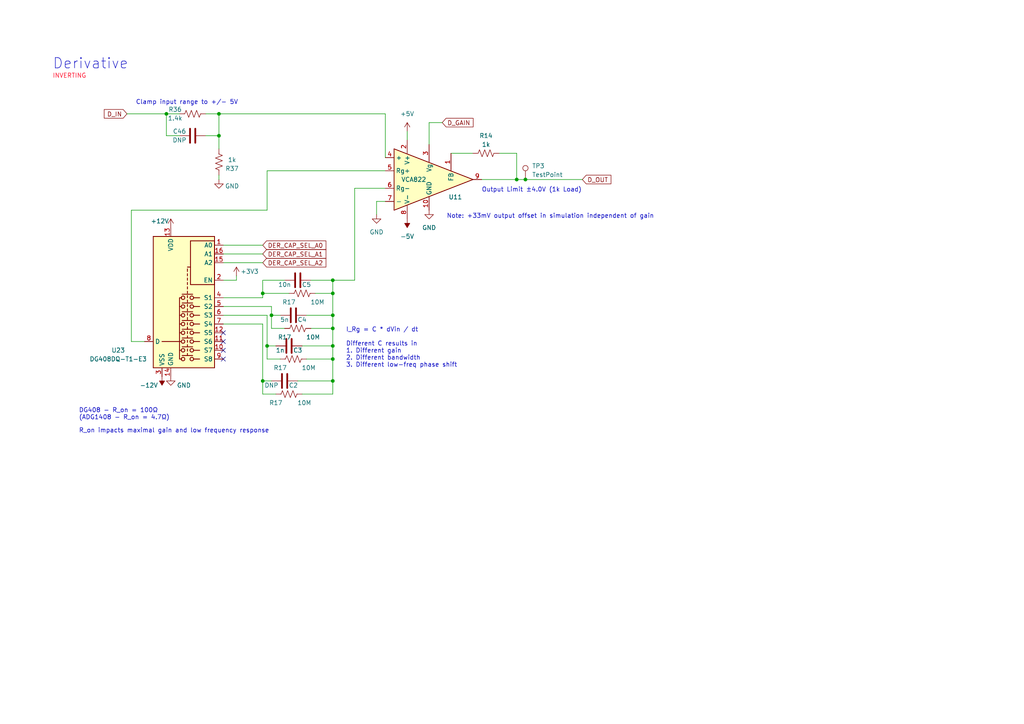
<source format=kicad_sch>
(kicad_sch (version 20230121) (generator eeschema)

  (uuid a8258e19-a848-4bd1-94a6-2be4f449a4a0)

  (paper "A4")

  (lib_symbols
    (symbol "Analog_Switch:ADG1408YRUZ" (in_bom yes) (on_board yes)
      (property "Reference" "U" (at -7.62 23.495 0)
        (effects (font (size 1.27 1.27)) (justify left))
      )
      (property "Value" "ADG1408YRUZ" (at -7.62 21.59 0)
        (effects (font (size 1.27 1.27)) (justify left))
      )
      (property "Footprint" "Package_SO:TSSOP-16_4.4x5mm_P0.65mm" (at -19.05 -24.13 0)
        (effects (font (size 1.27 1.27)) (justify left) hide)
      )
      (property "Datasheet" "https://www.analog.com/media/en/technical-documentation/data-sheets/ADG1408_1409.pdf" (at 0.254 0 0)
        (effects (font (size 1.27 1.27)) hide)
      )
      (property "ki_keywords" "analog switch  multiplexer SP8T" (at 0 0 0)
        (effects (font (size 1.27 1.27)) hide)
      )
      (property "ki_description" "8-channel iCMOS analog multiplexer, 4.7 Ohm Ron, 60 MHz, TSSOP-16" (at 0 0 0)
        (effects (font (size 1.27 1.27)) hide)
      )
      (property "ki_fp_filters" "TSSOP*4.4x5mm*P0.65mm*" (at 0 0 0)
        (effects (font (size 1.27 1.27)) hide)
      )
      (symbol "ADG1408YRUZ_0_0"
        (pin power_in line (at 5.08 -20.32 90) (length 2.54)
          (name "GND" (effects (font (size 1.27 1.27))))
          (number "14" (effects (font (size 1.27 1.27))))
        )
      )
      (symbol "ADG1408YRUZ_0_1"
        (rectangle (start -7.62 6.35) (end -0.635 19.05)
          (stroke (width 0.254) (type default))
          (fill (type none))
        )
        (rectangle (start -7.62 20.32) (end 10.16 -17.78)
          (stroke (width 0.254) (type default))
          (fill (type background))
        )
        (circle (center -1.016 -15.24) (radius 0.508)
          (stroke (width 0.254) (type default))
          (fill (type none))
        )
        (circle (center -1.016 -12.7) (radius 0.508)
          (stroke (width 0.254) (type default))
          (fill (type none))
        )
        (circle (center -1.016 -10.16) (radius 0.508)
          (stroke (width 0.254) (type default))
          (fill (type none))
        )
        (circle (center -1.016 -7.62) (radius 0.508)
          (stroke (width 0.254) (type default))
          (fill (type none))
        )
        (circle (center -1.016 -5.08) (radius 0.508)
          (stroke (width 0.254) (type default))
          (fill (type none))
        )
        (circle (center -1.016 -2.54) (radius 0.508)
          (stroke (width 0.254) (type default))
          (fill (type none))
        )
        (circle (center -1.016 0) (radius 0.508)
          (stroke (width 0.254) (type default))
          (fill (type none))
        )
        (circle (center -1.016 2.54) (radius 0.508)
          (stroke (width 0.254) (type default))
          (fill (type none))
        )
        (polyline
          (pts
            (xy -1.524 -15.24)
            (xy -3.302 -15.24)
          )
          (stroke (width 0.254) (type default))
          (fill (type none))
        )
        (polyline
          (pts
            (xy -1.524 -12.7)
            (xy -3.302 -12.7)
          )
          (stroke (width 0.254) (type default))
          (fill (type none))
        )
        (polyline
          (pts
            (xy -1.524 -10.16)
            (xy -3.302 -10.16)
          )
          (stroke (width 0.254) (type default))
          (fill (type none))
        )
        (polyline
          (pts
            (xy -1.524 -7.62)
            (xy -3.302 -7.62)
          )
          (stroke (width 0.254) (type default))
          (fill (type none))
        )
        (polyline
          (pts
            (xy -1.524 -5.08)
            (xy -3.302 -5.08)
          )
          (stroke (width 0.254) (type default))
          (fill (type none))
        )
        (polyline
          (pts
            (xy -1.524 -2.54)
            (xy -3.302 -2.54)
          )
          (stroke (width 0.254) (type default))
          (fill (type none))
        )
        (polyline
          (pts
            (xy -1.524 0)
            (xy -3.302 0)
          )
          (stroke (width 0.254) (type default))
          (fill (type none))
        )
        (polyline
          (pts
            (xy -1.524 2.54)
            (xy -3.302 2.54)
          )
          (stroke (width 0.254) (type default))
          (fill (type none))
        )
        (polyline
          (pts
            (xy -1.27 -14.224)
            (xy 1.778 -14.224)
          )
          (stroke (width 0.254) (type default))
          (fill (type none))
        )
        (polyline
          (pts
            (xy -1.27 -11.684)
            (xy 1.778 -11.684)
          )
          (stroke (width 0.254) (type default))
          (fill (type none))
        )
        (polyline
          (pts
            (xy -1.27 -9.144)
            (xy 1.778 -9.144)
          )
          (stroke (width 0.254) (type default))
          (fill (type none))
        )
        (polyline
          (pts
            (xy -1.27 -6.604)
            (xy 1.778 -6.604)
          )
          (stroke (width 0.254) (type default))
          (fill (type none))
        )
        (polyline
          (pts
            (xy -1.27 -4.064)
            (xy 1.778 -4.064)
          )
          (stroke (width 0.254) (type default))
          (fill (type none))
        )
        (polyline
          (pts
            (xy -1.27 -1.524)
            (xy 1.778 -1.524)
          )
          (stroke (width 0.254) (type default))
          (fill (type none))
        )
        (polyline
          (pts
            (xy -1.27 1.016)
            (xy 1.778 1.016)
          )
          (stroke (width 0.254) (type default))
          (fill (type none))
        )
        (polyline
          (pts
            (xy -1.27 3.556)
            (xy 1.778 3.556)
          )
          (stroke (width 0.254) (type default))
          (fill (type none))
        )
        (polyline
          (pts
            (xy -0.635 11.43)
            (xy 0 11.43)
          )
          (stroke (width 0.254) (type default))
          (fill (type none))
        )
        (polyline
          (pts
            (xy 0.254 -14.224)
            (xy 0.254 -13.589)
          )
          (stroke (width 0.254) (type default))
          (fill (type none))
        )
        (polyline
          (pts
            (xy 0.254 -12.954)
            (xy 0.254 -12.319)
          )
          (stroke (width 0.254) (type default))
          (fill (type none))
        )
        (polyline
          (pts
            (xy 0.254 -11.684)
            (xy 0.254 -11.049)
          )
          (stroke (width 0.254) (type default))
          (fill (type none))
        )
        (polyline
          (pts
            (xy 0.254 -10.414)
            (xy 0.254 -9.779)
          )
          (stroke (width 0.254) (type default))
          (fill (type none))
        )
        (polyline
          (pts
            (xy 0.254 -9.144)
            (xy 0.254 -8.509)
          )
          (stroke (width 0.254) (type default))
          (fill (type none))
        )
        (polyline
          (pts
            (xy 0.254 -7.874)
            (xy 0.254 -7.239)
          )
          (stroke (width 0.254) (type default))
          (fill (type none))
        )
        (polyline
          (pts
            (xy 0.254 -6.604)
            (xy 0.254 -5.969)
          )
          (stroke (width 0.254) (type default))
          (fill (type none))
        )
        (polyline
          (pts
            (xy 0.254 -6.604)
            (xy 0.254 -5.969)
          )
          (stroke (width 0.254) (type default))
          (fill (type none))
        )
        (polyline
          (pts
            (xy 0.254 -5.334)
            (xy 0.254 -4.699)
          )
          (stroke (width 0.254) (type default))
          (fill (type none))
        )
        (polyline
          (pts
            (xy 0.254 -3.81)
            (xy 0.254 -3.175)
          )
          (stroke (width 0.254) (type default))
          (fill (type none))
        )
        (polyline
          (pts
            (xy 0.254 -2.54)
            (xy 0.254 -1.905)
          )
          (stroke (width 0.254) (type default))
          (fill (type none))
        )
        (polyline
          (pts
            (xy 0.254 -1.27)
            (xy 0.254 -0.635)
          )
          (stroke (width 0.254) (type default))
          (fill (type none))
        )
        (polyline
          (pts
            (xy 0.254 0)
            (xy 0.254 0.635)
          )
          (stroke (width 0.254) (type default))
          (fill (type none))
        )
        (polyline
          (pts
            (xy 0.254 1.27)
            (xy 0.254 1.905)
          )
          (stroke (width 0.254) (type default))
          (fill (type none))
        )
        (polyline
          (pts
            (xy 0.254 2.54)
            (xy 0.254 3.175)
          )
          (stroke (width 0.254) (type default))
          (fill (type none))
        )
        (polyline
          (pts
            (xy 0.254 3.81)
            (xy 0.254 4.445)
          )
          (stroke (width 0.254) (type default))
          (fill (type none))
        )
        (polyline
          (pts
            (xy 0.254 5.08)
            (xy 0.254 5.715)
          )
          (stroke (width 0.254) (type default))
          (fill (type none))
        )
        (polyline
          (pts
            (xy 0.254 6.35)
            (xy 0.254 6.985)
          )
          (stroke (width 0.254) (type default))
          (fill (type none))
        )
        (polyline
          (pts
            (xy 0.254 7.62)
            (xy 0.254 8.255)
          )
          (stroke (width 0.254) (type default))
          (fill (type none))
        )
        (polyline
          (pts
            (xy 0.254 8.89)
            (xy 0.254 9.525)
          )
          (stroke (width 0.254) (type default))
          (fill (type none))
        )
        (polyline
          (pts
            (xy 0.254 10.16)
            (xy 0.254 10.922)
          )
          (stroke (width 0.254) (type default))
          (fill (type none))
        )
        (polyline
          (pts
            (xy 0.254 11.43)
            (xy 0 11.43)
          )
          (stroke (width 0.254) (type default))
          (fill (type none))
        )
        (polyline
          (pts
            (xy 2.032 -12.7)
            (xy 2.54 -12.7)
          )
          (stroke (width 0.254) (type default))
          (fill (type none))
        )
        (polyline
          (pts
            (xy 2.032 -10.16)
            (xy 2.54 -10.16)
          )
          (stroke (width 0.254) (type default))
          (fill (type none))
        )
        (polyline
          (pts
            (xy 2.032 -7.62)
            (xy 2.54 -7.62)
          )
          (stroke (width 0.254) (type default))
          (fill (type none))
        )
        (polyline
          (pts
            (xy 2.032 -5.08)
            (xy 2.54 -5.08)
          )
          (stroke (width 0.254) (type default))
          (fill (type none))
        )
        (polyline
          (pts
            (xy 2.032 -2.54)
            (xy 2.54 -2.54)
          )
          (stroke (width 0.254) (type default))
          (fill (type none))
        )
        (polyline
          (pts
            (xy 2.032 0)
            (xy 2.54 0)
          )
          (stroke (width 0.254) (type default))
          (fill (type none))
        )
        (polyline
          (pts
            (xy 2.54 -10.16)
            (xy 7.62 -10.16)
          )
          (stroke (width 0.254) (type default))
          (fill (type none))
        )
        (polyline
          (pts
            (xy 1.905 2.54)
            (xy 2.54 2.54)
            (xy 2.54 -15.24)
            (xy 1.905 -15.24)
          )
          (stroke (width 0.254) (type default))
          (fill (type none))
        )
        (circle (center 1.524 -15.24) (radius 0.508)
          (stroke (width 0.254) (type default))
          (fill (type none))
        )
        (circle (center 1.524 -12.7) (radius 0.508)
          (stroke (width 0.254) (type default))
          (fill (type none))
        )
        (circle (center 1.524 -10.16) (radius 0.508)
          (stroke (width 0.254) (type default))
          (fill (type none))
        )
        (circle (center 1.524 -7.62) (radius 0.508)
          (stroke (width 0.254) (type default))
          (fill (type none))
        )
        (circle (center 1.524 -5.08) (radius 0.508)
          (stroke (width 0.254) (type default))
          (fill (type none))
        )
        (circle (center 1.524 -2.54) (radius 0.508)
          (stroke (width 0.254) (type default))
          (fill (type none))
        )
        (circle (center 1.524 0) (radius 0.508)
          (stroke (width 0.254) (type default))
          (fill (type none))
        )
        (circle (center 1.524 2.54) (radius 0.508)
          (stroke (width 0.254) (type default))
          (fill (type none))
        )
      )
      (symbol "ADG1408YRUZ_1_1"
        (pin input line (at -10.16 17.78 0) (length 2.54)
          (name "A0" (effects (font (size 1.27 1.27))))
          (number "1" (effects (font (size 1.27 1.27))))
        )
        (pin bidirectional line (at -10.16 -12.7 0) (length 2.54)
          (name "S7" (effects (font (size 1.27 1.27))))
          (number "10" (effects (font (size 1.27 1.27))))
        )
        (pin bidirectional line (at -10.16 -10.16 0) (length 2.54)
          (name "S6" (effects (font (size 1.27 1.27))))
          (number "11" (effects (font (size 1.27 1.27))))
        )
        (pin bidirectional line (at -10.16 -7.62 0) (length 2.54)
          (name "S5" (effects (font (size 1.27 1.27))))
          (number "12" (effects (font (size 1.27 1.27))))
        )
        (pin power_in line (at 5.08 22.86 270) (length 2.54)
          (name "VDD" (effects (font (size 1.27 1.27))))
          (number "13" (effects (font (size 1.27 1.27))))
        )
        (pin input line (at -10.16 12.7 0) (length 2.54)
          (name "A2" (effects (font (size 1.27 1.27))))
          (number "15" (effects (font (size 1.27 1.27))))
        )
        (pin input line (at -10.16 15.24 0) (length 2.54)
          (name "A1" (effects (font (size 1.27 1.27))))
          (number "16" (effects (font (size 1.27 1.27))))
        )
        (pin input line (at -10.16 7.62 0) (length 2.54)
          (name "EN" (effects (font (size 1.27 1.27))))
          (number "2" (effects (font (size 1.27 1.27))))
        )
        (pin power_in line (at 7.62 -20.32 90) (length 2.54)
          (name "VSS" (effects (font (size 1.27 1.27))))
          (number "3" (effects (font (size 1.27 1.27))))
        )
        (pin bidirectional line (at -10.16 2.54 0) (length 2.54)
          (name "S1" (effects (font (size 1.27 1.27))))
          (number "4" (effects (font (size 1.27 1.27))))
        )
        (pin bidirectional line (at -10.16 0 0) (length 2.54)
          (name "S2" (effects (font (size 1.27 1.27))))
          (number "5" (effects (font (size 1.27 1.27))))
        )
        (pin bidirectional line (at -10.16 -2.54 0) (length 2.54)
          (name "S3" (effects (font (size 1.27 1.27))))
          (number "6" (effects (font (size 1.27 1.27))))
        )
        (pin bidirectional line (at -10.16 -5.08 0) (length 2.54)
          (name "S4" (effects (font (size 1.27 1.27))))
          (number "7" (effects (font (size 1.27 1.27))))
        )
        (pin bidirectional line (at 12.7 -10.16 180) (length 2.54)
          (name "D" (effects (font (size 1.27 1.27))))
          (number "8" (effects (font (size 1.27 1.27))))
        )
        (pin bidirectional line (at -10.16 -15.24 0) (length 2.54)
          (name "S8" (effects (font (size 1.27 1.27))))
          (number "9" (effects (font (size 1.27 1.27))))
        )
      )
    )
    (symbol "Connector:TestPoint" (pin_numbers hide) (pin_names (offset 0.762) hide) (in_bom yes) (on_board yes)
      (property "Reference" "TP" (at 0 6.858 0)
        (effects (font (size 1.27 1.27)))
      )
      (property "Value" "TestPoint" (at 0 5.08 0)
        (effects (font (size 1.27 1.27)))
      )
      (property "Footprint" "" (at 5.08 0 0)
        (effects (font (size 1.27 1.27)) hide)
      )
      (property "Datasheet" "~" (at 5.08 0 0)
        (effects (font (size 1.27 1.27)) hide)
      )
      (property "ki_keywords" "test point tp" (at 0 0 0)
        (effects (font (size 1.27 1.27)) hide)
      )
      (property "ki_description" "test point" (at 0 0 0)
        (effects (font (size 1.27 1.27)) hide)
      )
      (property "ki_fp_filters" "Pin* Test*" (at 0 0 0)
        (effects (font (size 1.27 1.27)) hide)
      )
      (symbol "TestPoint_0_1"
        (circle (center 0 3.302) (radius 0.762)
          (stroke (width 0) (type default))
          (fill (type none))
        )
      )
      (symbol "TestPoint_1_1"
        (pin passive line (at 0 0 90) (length 2.54)
          (name "1" (effects (font (size 1.27 1.27))))
          (number "1" (effects (font (size 1.27 1.27))))
        )
      )
    )
    (symbol "Device:C" (pin_numbers hide) (pin_names (offset 0.254)) (in_bom yes) (on_board yes)
      (property "Reference" "C" (at 0.635 2.54 0)
        (effects (font (size 1.27 1.27)) (justify left))
      )
      (property "Value" "C" (at 0.635 -2.54 0)
        (effects (font (size 1.27 1.27)) (justify left))
      )
      (property "Footprint" "" (at 0.9652 -3.81 0)
        (effects (font (size 1.27 1.27)) hide)
      )
      (property "Datasheet" "~" (at 0 0 0)
        (effects (font (size 1.27 1.27)) hide)
      )
      (property "ki_keywords" "cap capacitor" (at 0 0 0)
        (effects (font (size 1.27 1.27)) hide)
      )
      (property "ki_description" "Unpolarized capacitor" (at 0 0 0)
        (effects (font (size 1.27 1.27)) hide)
      )
      (property "ki_fp_filters" "C_*" (at 0 0 0)
        (effects (font (size 1.27 1.27)) hide)
      )
      (symbol "C_0_1"
        (polyline
          (pts
            (xy -2.032 -0.762)
            (xy 2.032 -0.762)
          )
          (stroke (width 0.508) (type default))
          (fill (type none))
        )
        (polyline
          (pts
            (xy -2.032 0.762)
            (xy 2.032 0.762)
          )
          (stroke (width 0.508) (type default))
          (fill (type none))
        )
      )
      (symbol "C_1_1"
        (pin passive line (at 0 3.81 270) (length 2.794)
          (name "~" (effects (font (size 1.27 1.27))))
          (number "1" (effects (font (size 1.27 1.27))))
        )
        (pin passive line (at 0 -3.81 90) (length 2.794)
          (name "~" (effects (font (size 1.27 1.27))))
          (number "2" (effects (font (size 1.27 1.27))))
        )
      )
    )
    (symbol "Device:R_US" (pin_numbers hide) (pin_names (offset 0)) (in_bom yes) (on_board yes)
      (property "Reference" "R" (at 2.54 0 90)
        (effects (font (size 1.27 1.27)))
      )
      (property "Value" "R_US" (at -2.54 0 90)
        (effects (font (size 1.27 1.27)))
      )
      (property "Footprint" "" (at 1.016 -0.254 90)
        (effects (font (size 1.27 1.27)) hide)
      )
      (property "Datasheet" "~" (at 0 0 0)
        (effects (font (size 1.27 1.27)) hide)
      )
      (property "ki_keywords" "R res resistor" (at 0 0 0)
        (effects (font (size 1.27 1.27)) hide)
      )
      (property "ki_description" "Resistor, US symbol" (at 0 0 0)
        (effects (font (size 1.27 1.27)) hide)
      )
      (property "ki_fp_filters" "R_*" (at 0 0 0)
        (effects (font (size 1.27 1.27)) hide)
      )
      (symbol "R_US_0_1"
        (polyline
          (pts
            (xy 0 -2.286)
            (xy 0 -2.54)
          )
          (stroke (width 0) (type default))
          (fill (type none))
        )
        (polyline
          (pts
            (xy 0 2.286)
            (xy 0 2.54)
          )
          (stroke (width 0) (type default))
          (fill (type none))
        )
        (polyline
          (pts
            (xy 0 -0.762)
            (xy 1.016 -1.143)
            (xy 0 -1.524)
            (xy -1.016 -1.905)
            (xy 0 -2.286)
          )
          (stroke (width 0) (type default))
          (fill (type none))
        )
        (polyline
          (pts
            (xy 0 0.762)
            (xy 1.016 0.381)
            (xy 0 0)
            (xy -1.016 -0.381)
            (xy 0 -0.762)
          )
          (stroke (width 0) (type default))
          (fill (type none))
        )
        (polyline
          (pts
            (xy 0 2.286)
            (xy 1.016 1.905)
            (xy 0 1.524)
            (xy -1.016 1.143)
            (xy 0 0.762)
          )
          (stroke (width 0) (type default))
          (fill (type none))
        )
      )
      (symbol "R_US_1_1"
        (pin passive line (at 0 3.81 270) (length 1.27)
          (name "~" (effects (font (size 1.27 1.27))))
          (number "1" (effects (font (size 1.27 1.27))))
        )
        (pin passive line (at 0 -3.81 90) (length 1.27)
          (name "~" (effects (font (size 1.27 1.27))))
          (number "2" (effects (font (size 1.27 1.27))))
        )
      )
    )
    (symbol "local_lib:VCA822" (in_bom yes) (on_board yes)
      (property "Reference" "U" (at 1.27 0 0)
        (effects (font (size 1.27 1.27)))
      )
      (property "Value" "VCA822" (at 0 0 0)
        (effects (font (size 1.27 1.27)))
      )
      (property "Footprint" "Package_SO:VSSOP-10_3x3mm_P0.5mm" (at 0 0 0)
        (effects (font (size 1.27 1.27)) hide)
      )
      (property "Datasheet" "https://www.ti.com/lit/ds/symlink/vca822.pdf" (at 0 0 0)
        (effects (font (size 1.27 1.27)) hide)
      )
      (symbol "VCA822_0_1"
        (polyline
          (pts
            (xy 17.78 0)
            (xy -5.08 8.89)
            (xy -5.08 -8.89)
            (xy 17.78 0)
          )
          (stroke (width 0.254) (type default))
          (fill (type background))
        )
      )
      (symbol "VCA822_1_1"
        (pin input line (at 11.43 7.62 270) (length 5.08)
          (name "FB" (effects (font (size 1.27 1.27))))
          (number "1" (effects (font (size 1.27 1.27))))
        )
        (pin power_in line (at 5.08 -8.89 90) (length 3.81)
          (name "GND" (effects (font (size 1.27 1.27))))
          (number "10" (effects (font (size 1.27 1.27))))
        )
        (pin power_in line (at -1.27 11.43 270) (length 3.81)
          (name "V+" (effects (font (size 1.27 1.27))))
          (number "2" (effects (font (size 1.27 1.27))))
        )
        (pin input line (at 5.08 10.16 270) (length 5.08)
          (name "Vg" (effects (font (size 1.27 1.27))))
          (number "3" (effects (font (size 1.27 1.27))))
        )
        (pin input line (at -7.62 6.35 0) (length 2.54)
          (name "+" (effects (font (size 1.27 1.27))))
          (number "4" (effects (font (size 1.27 1.27))))
        )
        (pin passive line (at -7.62 2.54 0) (length 2.54)
          (name "Rg+" (effects (font (size 1.27 1.27))))
          (number "5" (effects (font (size 1.27 1.27))))
        )
        (pin passive line (at -7.62 -2.54 0) (length 2.54)
          (name "Rg-" (effects (font (size 1.27 1.27))))
          (number "6" (effects (font (size 1.27 1.27))))
        )
        (pin input line (at -7.62 -6.35 0) (length 2.54)
          (name "-" (effects (font (size 1.27 1.27))))
          (number "7" (effects (font (size 1.27 1.27))))
        )
        (pin power_in line (at -1.27 -11.43 90) (length 3.81)
          (name "V-" (effects (font (size 1.27 1.27))))
          (number "8" (effects (font (size 1.27 1.27))))
        )
        (pin output line (at 20.32 0 180) (length 2.54)
          (name "~" (effects (font (size 1.27 1.27))))
          (number "9" (effects (font (size 1.27 1.27))))
        )
      )
    )
    (symbol "power:+12V" (power) (pin_names (offset 0)) (in_bom yes) (on_board yes)
      (property "Reference" "#PWR" (at 0 -3.81 0)
        (effects (font (size 1.27 1.27)) hide)
      )
      (property "Value" "+12V" (at 0 3.556 0)
        (effects (font (size 1.27 1.27)))
      )
      (property "Footprint" "" (at 0 0 0)
        (effects (font (size 1.27 1.27)) hide)
      )
      (property "Datasheet" "" (at 0 0 0)
        (effects (font (size 1.27 1.27)) hide)
      )
      (property "ki_keywords" "global power" (at 0 0 0)
        (effects (font (size 1.27 1.27)) hide)
      )
      (property "ki_description" "Power symbol creates a global label with name \"+12V\"" (at 0 0 0)
        (effects (font (size 1.27 1.27)) hide)
      )
      (symbol "+12V_0_1"
        (polyline
          (pts
            (xy -0.762 1.27)
            (xy 0 2.54)
          )
          (stroke (width 0) (type default))
          (fill (type none))
        )
        (polyline
          (pts
            (xy 0 0)
            (xy 0 2.54)
          )
          (stroke (width 0) (type default))
          (fill (type none))
        )
        (polyline
          (pts
            (xy 0 2.54)
            (xy 0.762 1.27)
          )
          (stroke (width 0) (type default))
          (fill (type none))
        )
      )
      (symbol "+12V_1_1"
        (pin power_in line (at 0 0 90) (length 0) hide
          (name "+12V" (effects (font (size 1.27 1.27))))
          (number "1" (effects (font (size 1.27 1.27))))
        )
      )
    )
    (symbol "power:+3V3" (power) (pin_names (offset 0)) (in_bom yes) (on_board yes)
      (property "Reference" "#PWR" (at 0 -3.81 0)
        (effects (font (size 1.27 1.27)) hide)
      )
      (property "Value" "+3V3" (at 0 3.556 0)
        (effects (font (size 1.27 1.27)))
      )
      (property "Footprint" "" (at 0 0 0)
        (effects (font (size 1.27 1.27)) hide)
      )
      (property "Datasheet" "" (at 0 0 0)
        (effects (font (size 1.27 1.27)) hide)
      )
      (property "ki_keywords" "global power" (at 0 0 0)
        (effects (font (size 1.27 1.27)) hide)
      )
      (property "ki_description" "Power symbol creates a global label with name \"+3V3\"" (at 0 0 0)
        (effects (font (size 1.27 1.27)) hide)
      )
      (symbol "+3V3_0_1"
        (polyline
          (pts
            (xy -0.762 1.27)
            (xy 0 2.54)
          )
          (stroke (width 0) (type default))
          (fill (type none))
        )
        (polyline
          (pts
            (xy 0 0)
            (xy 0 2.54)
          )
          (stroke (width 0) (type default))
          (fill (type none))
        )
        (polyline
          (pts
            (xy 0 2.54)
            (xy 0.762 1.27)
          )
          (stroke (width 0) (type default))
          (fill (type none))
        )
      )
      (symbol "+3V3_1_1"
        (pin power_in line (at 0 0 90) (length 0) hide
          (name "+3V3" (effects (font (size 1.27 1.27))))
          (number "1" (effects (font (size 1.27 1.27))))
        )
      )
    )
    (symbol "power:+5V" (power) (pin_names (offset 0)) (in_bom yes) (on_board yes)
      (property "Reference" "#PWR" (at 0 -3.81 0)
        (effects (font (size 1.27 1.27)) hide)
      )
      (property "Value" "+5V" (at 0 3.556 0)
        (effects (font (size 1.27 1.27)))
      )
      (property "Footprint" "" (at 0 0 0)
        (effects (font (size 1.27 1.27)) hide)
      )
      (property "Datasheet" "" (at 0 0 0)
        (effects (font (size 1.27 1.27)) hide)
      )
      (property "ki_keywords" "global power" (at 0 0 0)
        (effects (font (size 1.27 1.27)) hide)
      )
      (property "ki_description" "Power symbol creates a global label with name \"+5V\"" (at 0 0 0)
        (effects (font (size 1.27 1.27)) hide)
      )
      (symbol "+5V_0_1"
        (polyline
          (pts
            (xy -0.762 1.27)
            (xy 0 2.54)
          )
          (stroke (width 0) (type default))
          (fill (type none))
        )
        (polyline
          (pts
            (xy 0 0)
            (xy 0 2.54)
          )
          (stroke (width 0) (type default))
          (fill (type none))
        )
        (polyline
          (pts
            (xy 0 2.54)
            (xy 0.762 1.27)
          )
          (stroke (width 0) (type default))
          (fill (type none))
        )
      )
      (symbol "+5V_1_1"
        (pin power_in line (at 0 0 90) (length 0) hide
          (name "+5V" (effects (font (size 1.27 1.27))))
          (number "1" (effects (font (size 1.27 1.27))))
        )
      )
    )
    (symbol "power:-12V" (power) (pin_names (offset 0)) (in_bom yes) (on_board yes)
      (property "Reference" "#PWR" (at 0 2.54 0)
        (effects (font (size 1.27 1.27)) hide)
      )
      (property "Value" "-12V" (at 0 3.81 0)
        (effects (font (size 1.27 1.27)))
      )
      (property "Footprint" "" (at 0 0 0)
        (effects (font (size 1.27 1.27)) hide)
      )
      (property "Datasheet" "" (at 0 0 0)
        (effects (font (size 1.27 1.27)) hide)
      )
      (property "ki_keywords" "global power" (at 0 0 0)
        (effects (font (size 1.27 1.27)) hide)
      )
      (property "ki_description" "Power symbol creates a global label with name \"-12V\"" (at 0 0 0)
        (effects (font (size 1.27 1.27)) hide)
      )
      (symbol "-12V_0_0"
        (pin power_in line (at 0 0 90) (length 0) hide
          (name "-12V" (effects (font (size 1.27 1.27))))
          (number "1" (effects (font (size 1.27 1.27))))
        )
      )
      (symbol "-12V_0_1"
        (polyline
          (pts
            (xy 0 0)
            (xy 0 1.27)
            (xy 0.762 1.27)
            (xy 0 2.54)
            (xy -0.762 1.27)
            (xy 0 1.27)
          )
          (stroke (width 0) (type default))
          (fill (type outline))
        )
      )
    )
    (symbol "power:-5V" (power) (pin_names (offset 0)) (in_bom yes) (on_board yes)
      (property "Reference" "#PWR" (at 0 2.54 0)
        (effects (font (size 1.27 1.27)) hide)
      )
      (property "Value" "-5V" (at 0 3.81 0)
        (effects (font (size 1.27 1.27)))
      )
      (property "Footprint" "" (at 0 0 0)
        (effects (font (size 1.27 1.27)) hide)
      )
      (property "Datasheet" "" (at 0 0 0)
        (effects (font (size 1.27 1.27)) hide)
      )
      (property "ki_keywords" "global power" (at 0 0 0)
        (effects (font (size 1.27 1.27)) hide)
      )
      (property "ki_description" "Power symbol creates a global label with name \"-5V\"" (at 0 0 0)
        (effects (font (size 1.27 1.27)) hide)
      )
      (symbol "-5V_0_0"
        (pin power_in line (at 0 0 90) (length 0) hide
          (name "-5V" (effects (font (size 1.27 1.27))))
          (number "1" (effects (font (size 1.27 1.27))))
        )
      )
      (symbol "-5V_0_1"
        (polyline
          (pts
            (xy 0 0)
            (xy 0 1.27)
            (xy 0.762 1.27)
            (xy 0 2.54)
            (xy -0.762 1.27)
            (xy 0 1.27)
          )
          (stroke (width 0) (type default))
          (fill (type outline))
        )
      )
    )
    (symbol "power:GND" (power) (pin_names (offset 0)) (in_bom yes) (on_board yes)
      (property "Reference" "#PWR" (at 0 -6.35 0)
        (effects (font (size 1.27 1.27)) hide)
      )
      (property "Value" "GND" (at 0 -3.81 0)
        (effects (font (size 1.27 1.27)))
      )
      (property "Footprint" "" (at 0 0 0)
        (effects (font (size 1.27 1.27)) hide)
      )
      (property "Datasheet" "" (at 0 0 0)
        (effects (font (size 1.27 1.27)) hide)
      )
      (property "ki_keywords" "global power" (at 0 0 0)
        (effects (font (size 1.27 1.27)) hide)
      )
      (property "ki_description" "Power symbol creates a global label with name \"GND\" , ground" (at 0 0 0)
        (effects (font (size 1.27 1.27)) hide)
      )
      (symbol "GND_0_1"
        (polyline
          (pts
            (xy 0 0)
            (xy 0 -1.27)
            (xy 1.27 -1.27)
            (xy 0 -2.54)
            (xy -1.27 -1.27)
            (xy 0 -1.27)
          )
          (stroke (width 0) (type default))
          (fill (type none))
        )
      )
      (symbol "GND_1_1"
        (pin power_in line (at 0 0 270) (length 0) hide
          (name "GND" (effects (font (size 1.27 1.27))))
          (number "1" (effects (font (size 1.27 1.27))))
        )
      )
    )
  )

  (junction (at 149.86 52.07) (diameter 0) (color 0 0 0 0)
    (uuid 11d546ca-fbc1-4219-83bb-c31643ab7dcd)
  )
  (junction (at 63.5 39.37) (diameter 0) (color 0 0 0 0)
    (uuid 262e31c6-0df4-4ba1-a69b-6c3bb9cabc72)
  )
  (junction (at 96.52 95.25) (diameter 0) (color 0 0 0 0)
    (uuid 342ceeaa-0cf7-44c9-a8fc-3c34be3a2971)
  )
  (junction (at 78.74 91.44) (diameter 0) (color 0 0 0 0)
    (uuid 43bb6d8e-fea2-4c02-8692-3163aeea080e)
  )
  (junction (at 96.52 104.14) (diameter 0) (color 0 0 0 0)
    (uuid 4aac9c24-620b-4ac4-bf46-cd892821d6fb)
  )
  (junction (at 76.2 85.09) (diameter 0) (color 0 0 0 0)
    (uuid 53371105-dd9f-408a-b11f-ec80af11ca78)
  )
  (junction (at 96.52 81.28) (diameter 0) (color 0 0 0 0)
    (uuid 6b88a35c-40e4-4cbb-967f-997bce83f13c)
  )
  (junction (at 96.52 100.33) (diameter 0) (color 0 0 0 0)
    (uuid 6f84f0d9-2dee-4bc0-8071-abefc09e1b7a)
  )
  (junction (at 63.5 33.02) (diameter 0) (color 0 0 0 0)
    (uuid 85b0ea8f-80c3-4e88-950a-4c9a40d62a4d)
  )
  (junction (at 152.4 52.07) (diameter 0) (color 0 0 0 0)
    (uuid 89ab6dbe-e978-4c6b-887d-02ee7579bbb2)
  )
  (junction (at 96.52 110.49) (diameter 0) (color 0 0 0 0)
    (uuid 9f65aa44-7211-4221-8d8b-af5834725d07)
  )
  (junction (at 77.47 100.33) (diameter 0) (color 0 0 0 0)
    (uuid a3c2c014-f9e6-42f9-846f-330398958419)
  )
  (junction (at 96.52 85.09) (diameter 0) (color 0 0 0 0)
    (uuid b94d3ed0-2a49-4c36-8a5d-ecf5ee85d47f)
  )
  (junction (at 96.52 91.44) (diameter 0) (color 0 0 0 0)
    (uuid bf2acc19-9938-4fa6-9734-a6cbd77064e0)
  )
  (junction (at 48.26 33.02) (diameter 0) (color 0 0 0 0)
    (uuid d575d179-c7cc-441f-ae60-822426561796)
  )
  (junction (at 76.2 110.49) (diameter 0) (color 0 0 0 0)
    (uuid f4391b99-0b7e-4852-a35f-eac665730d31)
  )

  (no_connect (at 64.77 96.52) (uuid 99baf375-1c79-4a03-9e58-9982872cbe40))
  (no_connect (at 64.77 99.06) (uuid b2e03468-289c-48e5-9a55-20f2a8f1f021))
  (no_connect (at 64.77 104.14) (uuid bfd60acf-1327-48bd-9c56-84b20740c905))
  (no_connect (at 64.77 101.6) (uuid d0d43faa-e250-4b1b-9b7d-d46775533ae2))

  (wire (pts (xy 76.2 93.98) (xy 76.2 110.49))
    (stroke (width 0) (type default))
    (uuid 01caf33d-aa05-4cf0-a76a-c4be8cbc2d0b)
  )
  (wire (pts (xy 77.47 91.44) (xy 77.47 100.33))
    (stroke (width 0) (type default))
    (uuid 05b46f9d-0b6a-4168-ac13-185a13c185cd)
  )
  (wire (pts (xy 64.77 76.2) (xy 76.2 76.2))
    (stroke (width 0) (type default))
    (uuid 0fb4e8db-0d39-494f-9388-ff2fd3d8677f)
  )
  (wire (pts (xy 77.47 49.53) (xy 111.76 49.53))
    (stroke (width 0) (type default))
    (uuid 12989226-8eca-4231-ac7d-b477ec2080bd)
  )
  (wire (pts (xy 96.52 110.49) (xy 86.36 110.49))
    (stroke (width 0) (type default))
    (uuid 21fa0b69-d063-4d7c-8846-af5232edc530)
  )
  (wire (pts (xy 96.52 81.28) (xy 96.52 85.09))
    (stroke (width 0) (type default))
    (uuid 22165e10-6a5e-4ef5-aace-a711f0d654fd)
  )
  (wire (pts (xy 111.76 33.02) (xy 111.76 45.72))
    (stroke (width 0) (type default))
    (uuid 2653e479-7986-49a5-a6a2-fa64e8778203)
  )
  (wire (pts (xy 68.58 80.01) (xy 68.58 81.28))
    (stroke (width 0) (type default))
    (uuid 26b977b3-f1bf-4659-8dbb-6609415411d6)
  )
  (wire (pts (xy 96.52 100.33) (xy 87.63 100.33))
    (stroke (width 0) (type default))
    (uuid 293630e4-5b26-49da-9237-1cae8d36ffba)
  )
  (wire (pts (xy 52.07 39.37) (xy 48.26 39.37))
    (stroke (width 0) (type default))
    (uuid 29d70844-133e-4bb2-b5d0-2de30502f94b)
  )
  (wire (pts (xy 102.87 54.61) (xy 102.87 81.28))
    (stroke (width 0) (type default))
    (uuid 2a2c07a3-c1d3-4b36-991f-577e5616d27d)
  )
  (wire (pts (xy 78.74 91.44) (xy 78.74 88.9))
    (stroke (width 0) (type default))
    (uuid 2ac70625-c348-47df-a6ee-49e9a3f490f6)
  )
  (wire (pts (xy 77.47 60.96) (xy 38.1 60.96))
    (stroke (width 0) (type default))
    (uuid 2b139c84-6bb8-49bc-8071-fb6a63bab6f2)
  )
  (wire (pts (xy 88.9 104.14) (xy 96.52 104.14))
    (stroke (width 0) (type default))
    (uuid 2bfc9dbe-e917-4ce2-bf46-4eccf0d81d16)
  )
  (wire (pts (xy 64.77 81.28) (xy 68.58 81.28))
    (stroke (width 0) (type default))
    (uuid 2cda0f73-3d0e-4085-8e29-94925ff6be56)
  )
  (wire (pts (xy 41.91 99.06) (xy 38.1 99.06))
    (stroke (width 0) (type default))
    (uuid 2e678252-2c07-43d6-86c6-3eb977e78bac)
  )
  (wire (pts (xy 64.77 86.36) (xy 76.2 86.36))
    (stroke (width 0) (type default))
    (uuid 3326c6d3-560b-43c3-bf7e-0746d9ff63e7)
  )
  (wire (pts (xy 76.2 85.09) (xy 83.82 85.09))
    (stroke (width 0) (type default))
    (uuid 3724b2e8-ddaa-4a3c-a554-b44268b3a39d)
  )
  (wire (pts (xy 118.11 38.1) (xy 118.11 40.64))
    (stroke (width 0) (type default))
    (uuid 3d5bac21-ac89-4885-858d-310a7b15441e)
  )
  (wire (pts (xy 78.74 91.44) (xy 81.28 91.44))
    (stroke (width 0) (type default))
    (uuid 3de68e3f-f3d8-4c3e-b6db-76d49656ba64)
  )
  (wire (pts (xy 77.47 100.33) (xy 77.47 104.14))
    (stroke (width 0) (type default))
    (uuid 416f2e32-5078-49ee-a0f9-93363e9e1eaa)
  )
  (wire (pts (xy 96.52 114.3) (xy 96.52 110.49))
    (stroke (width 0) (type default))
    (uuid 45532376-3709-45b6-b1a9-fdf7d0872873)
  )
  (wire (pts (xy 96.52 81.28) (xy 90.17 81.28))
    (stroke (width 0) (type default))
    (uuid 46639056-94fe-4e01-96e3-429bd68b6335)
  )
  (wire (pts (xy 87.63 114.3) (xy 96.52 114.3))
    (stroke (width 0) (type default))
    (uuid 47694208-6f74-4945-9bc2-62e7304d5fb9)
  )
  (wire (pts (xy 64.77 91.44) (xy 77.47 91.44))
    (stroke (width 0) (type default))
    (uuid 526bac41-c1bd-4e45-8a91-5e608cc9dfe8)
  )
  (wire (pts (xy 80.01 114.3) (xy 76.2 114.3))
    (stroke (width 0) (type default))
    (uuid 56233b60-22e7-48cf-8f84-4807db611132)
  )
  (wire (pts (xy 48.26 39.37) (xy 48.26 33.02))
    (stroke (width 0) (type default))
    (uuid 59ada3b6-4091-4931-a9fc-c8d6e621820b)
  )
  (wire (pts (xy 38.1 60.96) (xy 38.1 99.06))
    (stroke (width 0) (type default))
    (uuid 5b569be1-3226-4dfa-ad78-62e144456b09)
  )
  (wire (pts (xy 77.47 100.33) (xy 80.01 100.33))
    (stroke (width 0) (type default))
    (uuid 64656f3d-a95d-4062-9359-a866d7c1f723)
  )
  (wire (pts (xy 59.69 39.37) (xy 63.5 39.37))
    (stroke (width 0) (type default))
    (uuid 665600a0-e228-463a-aaa6-724f2c96958b)
  )
  (wire (pts (xy 124.46 35.56) (xy 124.46 41.91))
    (stroke (width 0) (type default))
    (uuid 66f8b98d-21a2-4c5a-a531-8872c96045e4)
  )
  (wire (pts (xy 76.2 85.09) (xy 76.2 81.28))
    (stroke (width 0) (type default))
    (uuid 68d36b8f-f6e9-4d80-861c-390148b467fb)
  )
  (wire (pts (xy 102.87 81.28) (xy 96.52 81.28))
    (stroke (width 0) (type default))
    (uuid 6970d707-8219-4cce-8467-9b06ff7c1559)
  )
  (wire (pts (xy 139.7 52.07) (xy 149.86 52.07))
    (stroke (width 0) (type default))
    (uuid 6c5a0cfd-3ed6-4d4a-9cf3-ae8343f35f42)
  )
  (wire (pts (xy 128.27 35.56) (xy 124.46 35.56))
    (stroke (width 0) (type default))
    (uuid 721f4c5e-2d00-4191-a6a1-710f46ec7dd1)
  )
  (wire (pts (xy 91.44 85.09) (xy 96.52 85.09))
    (stroke (width 0) (type default))
    (uuid 77a20918-b648-4ba2-8b12-e6afabbc4d63)
  )
  (wire (pts (xy 63.5 33.02) (xy 111.76 33.02))
    (stroke (width 0) (type default))
    (uuid 79354674-92a2-403a-93c7-0a46a8178790)
  )
  (wire (pts (xy 111.76 54.61) (xy 102.87 54.61))
    (stroke (width 0) (type default))
    (uuid 7ebb2fe9-290d-470c-a15b-c7f077911dd7)
  )
  (wire (pts (xy 64.77 71.12) (xy 76.2 71.12))
    (stroke (width 0) (type default))
    (uuid 82ddd1d4-7c5b-4569-b910-21bae0b08e23)
  )
  (wire (pts (xy 36.83 33.02) (xy 48.26 33.02))
    (stroke (width 0) (type default))
    (uuid 8559c39c-da8e-47fa-b922-c9236f88b141)
  )
  (wire (pts (xy 96.52 95.25) (xy 96.52 91.44))
    (stroke (width 0) (type default))
    (uuid 85f391c1-a952-427b-8879-ed88316f57ba)
  )
  (wire (pts (xy 78.74 110.49) (xy 76.2 110.49))
    (stroke (width 0) (type default))
    (uuid 87111ebc-b0a5-41a3-94cf-871137d6f4d4)
  )
  (wire (pts (xy 64.77 73.66) (xy 76.2 73.66))
    (stroke (width 0) (type default))
    (uuid 8d671f8d-4fce-4eb8-8ddb-536aa8776446)
  )
  (wire (pts (xy 63.5 50.8) (xy 63.5 52.07))
    (stroke (width 0) (type default))
    (uuid 93f22761-40a1-46dc-87b3-881d7f26ae9c)
  )
  (wire (pts (xy 96.52 95.25) (xy 96.52 100.33))
    (stroke (width 0) (type default))
    (uuid 982e69b8-d5be-4eed-9288-5240e49e5269)
  )
  (wire (pts (xy 130.81 44.45) (xy 137.16 44.45))
    (stroke (width 0) (type default))
    (uuid 9ecd18b0-8a11-4463-833a-bb884a13d0d7)
  )
  (wire (pts (xy 78.74 88.9) (xy 64.77 88.9))
    (stroke (width 0) (type default))
    (uuid a01c14fe-2586-41e5-99b3-b8d1d9cd1dc1)
  )
  (wire (pts (xy 149.86 44.45) (xy 149.86 52.07))
    (stroke (width 0) (type default))
    (uuid a45162ae-c268-467f-a5b0-c9195cd003e9)
  )
  (wire (pts (xy 82.55 95.25) (xy 78.74 95.25))
    (stroke (width 0) (type default))
    (uuid a57dd924-50cb-4c87-bb48-1d882b3b5820)
  )
  (wire (pts (xy 63.5 39.37) (xy 63.5 43.18))
    (stroke (width 0) (type default))
    (uuid a8a2d059-96a9-4e81-b8fb-4279c8e8c0f0)
  )
  (wire (pts (xy 78.74 95.25) (xy 78.74 91.44))
    (stroke (width 0) (type default))
    (uuid afe874a7-bff1-4a32-ab64-1a8d8b2e009b)
  )
  (wire (pts (xy 96.52 85.09) (xy 96.52 91.44))
    (stroke (width 0) (type default))
    (uuid b1f8dcc5-e69a-48b9-aba9-5160b0a8d18d)
  )
  (wire (pts (xy 59.69 33.02) (xy 63.5 33.02))
    (stroke (width 0) (type default))
    (uuid b5ead86f-09fc-412e-9108-a0b63248cfcc)
  )
  (wire (pts (xy 64.77 93.98) (xy 76.2 93.98))
    (stroke (width 0) (type default))
    (uuid b6370a71-0c97-41c4-bdac-7b0fd441eaa6)
  )
  (wire (pts (xy 96.52 104.14) (xy 96.52 100.33))
    (stroke (width 0) (type default))
    (uuid b9aecb79-46a3-4b95-a858-8bc46e31f0d7)
  )
  (wire (pts (xy 109.22 58.42) (xy 109.22 62.23))
    (stroke (width 0) (type default))
    (uuid bf89cbfa-e8b4-4bf7-b325-ad7db3b3a60b)
  )
  (wire (pts (xy 90.17 95.25) (xy 96.52 95.25))
    (stroke (width 0) (type default))
    (uuid bf9b9812-1a2e-4fc0-b7b0-59cf79c2dca5)
  )
  (wire (pts (xy 88.9 91.44) (xy 96.52 91.44))
    (stroke (width 0) (type default))
    (uuid c58ea0e4-b463-48bb-bd8f-f0ad9f305f0c)
  )
  (wire (pts (xy 149.86 52.07) (xy 152.4 52.07))
    (stroke (width 0) (type default))
    (uuid caca3093-c040-4f7a-b374-11bc48bc5beb)
  )
  (wire (pts (xy 144.78 44.45) (xy 149.86 44.45))
    (stroke (width 0) (type default))
    (uuid d198ab5b-2af4-422b-8c77-85f26f7a45ae)
  )
  (wire (pts (xy 81.28 104.14) (xy 77.47 104.14))
    (stroke (width 0) (type default))
    (uuid dacd4dec-900b-446c-a503-cf8392098007)
  )
  (wire (pts (xy 76.2 81.28) (xy 82.55 81.28))
    (stroke (width 0) (type default))
    (uuid dfece418-caa1-498f-aa54-34ee17d8c305)
  )
  (wire (pts (xy 76.2 86.36) (xy 76.2 85.09))
    (stroke (width 0) (type default))
    (uuid e351d9c7-5e0a-4ed9-8803-a2b054b3a50e)
  )
  (wire (pts (xy 96.52 104.14) (xy 96.52 110.49))
    (stroke (width 0) (type default))
    (uuid e5a6eb30-9162-4304-9de8-58d08e17e9ed)
  )
  (wire (pts (xy 76.2 114.3) (xy 76.2 110.49))
    (stroke (width 0) (type default))
    (uuid edbad95c-fb1e-4bb6-885b-836343f22708)
  )
  (wire (pts (xy 111.76 58.42) (xy 109.22 58.42))
    (stroke (width 0) (type default))
    (uuid f412ebb6-25f9-41f3-92dd-30ca9e7b3263)
  )
  (wire (pts (xy 63.5 33.02) (xy 63.5 39.37))
    (stroke (width 0) (type default))
    (uuid f67512e7-ffb3-48aa-a996-baba6272c0c3)
  )
  (wire (pts (xy 77.47 49.53) (xy 77.47 60.96))
    (stroke (width 0) (type default))
    (uuid fbae7882-f9db-4952-87fc-3bb493564fc1)
  )
  (wire (pts (xy 152.4 52.07) (xy 168.91 52.07))
    (stroke (width 0) (type default))
    (uuid fc917165-cac5-4925-9517-d01262be3138)
  )
  (wire (pts (xy 48.26 33.02) (xy 52.07 33.02))
    (stroke (width 0) (type default))
    (uuid ff945d4b-c0c6-45de-9524-e106a8e9bbe6)
  )

  (text "I_Rg = C * dVin / dt\n\nDifferent C results in\n1. Different gain\n2. Different bandwidth\n3. Different low-freq phase shift"
    (at 100.33 106.68 0)
    (effects (font (size 1.27 1.27)) (justify left bottom))
    (uuid 11d053fd-e45c-4d39-91dc-fc1efa0ea2f3)
  )
  (text "INVERTING" (at 15.24 22.86 0)
    (effects (font (size 1.27 1.27) (color 255 18 45 1)) (justify left bottom))
    (uuid 18e10232-8637-4310-91fb-622d9951752c)
  )
  (text "Derivative" (at 15.24 20.32 0)
    (effects (font (size 3 3)) (justify left bottom))
    (uuid 435664a1-0df4-4395-b8c5-6542bb581ede)
  )
  (text "DG408 - R_on = 100Ω\n(ADG1408 - R_on = 4.7Ω)" (at 22.86 121.92 0)
    (effects (font (size 1.27 1.27)) (justify left bottom))
    (uuid 5afa3dce-6044-4b16-a3ce-be2399bc9041)
  )
  (text "Note: +33mV output offset in simulation independent of gain"
    (at 129.54 63.5 0)
    (effects (font (size 1.27 1.27)) (justify left bottom))
    (uuid 8154b7f4-e48a-4a6c-be56-35dca9974820)
  )
  (text "Output Limit ±4.0V (1k Load)" (at 139.7 55.88 0)
    (effects (font (size 1.27 1.27)) (justify left bottom))
    (uuid c5da8bb9-ad64-4ceb-82bc-6e5fb773f2de)
  )
  (text "Clamp input range to +/- 5V" (at 39.37 30.48 0)
    (effects (font (size 1.27 1.27)) (justify left bottom))
    (uuid d170475a-4834-464d-828d-24b63204e9ae)
  )
  (text "R_on impacts maximal gain and low frequency response"
    (at 22.86 125.73 0)
    (effects (font (size 1.27 1.27)) (justify left bottom))
    (uuid e86ce7a8-fd1b-45f6-8711-85c6be29234e)
  )

  (global_label "DER_CAP_SEL_A2" (shape input) (at 76.2 76.2 0) (fields_autoplaced)
    (effects (font (size 1.27 1.27)) (justify left))
    (uuid 2ef6323e-2d3b-477f-bdb7-df752d185e93)
    (property "Intersheetrefs" "${INTERSHEET_REFS}" (at 95.0903 76.2 0)
      (effects (font (size 1.27 1.27)) (justify left) hide)
    )
  )
  (global_label "D_IN" (shape input) (at 36.83 33.02 180) (fields_autoplaced)
    (effects (font (size 1.27 1.27)) (justify right))
    (uuid 4b709fab-f908-438b-9307-430044ddb9bb)
    (property "Intersheetrefs" "${INTERSHEET_REFS}" (at 29.6719 33.02 0)
      (effects (font (size 1.27 1.27)) (justify right) hide)
    )
  )
  (global_label "D_GAIN" (shape input) (at 128.27 35.56 0) (fields_autoplaced)
    (effects (font (size 1.27 1.27)) (justify left))
    (uuid 621338e4-1e77-4740-8b7d-d135e41c3f6d)
    (property "Intersheetrefs" "${INTERSHEET_REFS}" (at 137.7867 35.56 0)
      (effects (font (size 1.27 1.27)) (justify left) hide)
    )
  )
  (global_label "DER_CAP_SEL_A1" (shape input) (at 76.2 73.66 0) (fields_autoplaced)
    (effects (font (size 1.27 1.27)) (justify left))
    (uuid aaf03b9b-a005-473f-a148-1569c2bfe560)
    (property "Intersheetrefs" "${INTERSHEET_REFS}" (at 95.0903 73.66 0)
      (effects (font (size 1.27 1.27)) (justify left) hide)
    )
  )
  (global_label "D_OUT" (shape input) (at 168.91 52.07 0) (fields_autoplaced)
    (effects (font (size 1.27 1.27)) (justify left))
    (uuid c4dd4b00-19a5-4c30-a498-3ddd4a734bbd)
    (property "Intersheetrefs" "${INTERSHEET_REFS}" (at 177.7614 52.07 0)
      (effects (font (size 1.27 1.27)) (justify left) hide)
    )
  )
  (global_label "DER_CAP_SEL_A0" (shape input) (at 76.2 71.12 0) (fields_autoplaced)
    (effects (font (size 1.27 1.27)) (justify left))
    (uuid cbdf1511-c9ae-4f5d-b41a-11cabc39dd62)
    (property "Intersheetrefs" "${INTERSHEET_REFS}" (at 95.0903 71.12 0)
      (effects (font (size 1.27 1.27)) (justify left) hide)
    )
  )

  (symbol (lib_id "Device:R_US") (at 140.97 44.45 90) (unit 1)
    (in_bom yes) (on_board yes) (dnp no)
    (uuid 2e0b5d5b-4b61-4d41-8a4e-de5e0d4fe055)
    (property "Reference" "R14" (at 140.97 39.37 90)
      (effects (font (size 1.27 1.27)))
    )
    (property "Value" "1k" (at 140.97 41.91 90)
      (effects (font (size 1.27 1.27)))
    )
    (property "Footprint" "" (at 141.224 43.434 90)
      (effects (font (size 1.27 1.27)) hide)
    )
    (property "Datasheet" "~" (at 140.97 44.45 0)
      (effects (font (size 1.27 1.27)) hide)
    )
    (pin "1" (uuid 52305425-ab30-4748-890c-4479eb8a887c))
    (pin "2" (uuid 82ac72c0-5f0b-4d89-9b9d-da62e44d02f3))
    (instances
      (project "basic_pid"
        (path "/3a3d7bcb-6fa5-41ef-9ea1-6d4ab7c492fd"
          (reference "R14") (unit 1)
        )
        (path "/3a3d7bcb-6fa5-41ef-9ea1-6d4ab7c492fd/db0e55e2-896a-41ab-b5ff-01efda4b3f34"
          (reference "R1") (unit 1)
        )
      )
    )
  )

  (symbol (lib_id "Device:R_US") (at 87.63 85.09 90) (unit 1)
    (in_bom yes) (on_board yes) (dnp no)
    (uuid 31087a5c-a875-461f-890f-f22381b0d167)
    (property "Reference" "R17" (at 83.82 87.63 90)
      (effects (font (size 1.27 1.27)))
    )
    (property "Value" "10M" (at 92.075 87.63 90)
      (effects (font (size 1.27 1.27)))
    )
    (property "Footprint" "Resistor_SMD:R_0805_2012Metric" (at 87.884 84.074 90)
      (effects (font (size 1.27 1.27)) hide)
    )
    (property "Datasheet" "~" (at 87.63 85.09 0)
      (effects (font (size 1.27 1.27)) hide)
    )
    (property "DIGIKEY" "311-10MARCT-ND" (at 87.63 85.09 90)
      (effects (font (size 1.27 1.27)) hide)
    )
    (property "PARTNO" "RC0805JR-0710ML" (at 87.63 85.09 90)
      (effects (font (size 1.27 1.27)) hide)
    )
    (pin "1" (uuid 253f3777-f691-4be1-9415-facbb6b754be))
    (pin "2" (uuid 2f382bdc-3caf-477b-8441-db0639991d7b))
    (instances
      (project "basic_pid"
        (path "/3a3d7bcb-6fa5-41ef-9ea1-6d4ab7c492fd"
          (reference "R17") (unit 1)
        )
        (path "/3a3d7bcb-6fa5-41ef-9ea1-6d4ab7c492fd/695623ca-8513-4827-8ed5-d87aeb10eff7"
          (reference "R57") (unit 1)
        )
        (path "/3a3d7bcb-6fa5-41ef-9ea1-6d4ab7c492fd/db0e55e2-896a-41ab-b5ff-01efda4b3f34"
          (reference "R61") (unit 1)
        )
      )
    )
  )

  (symbol (lib_id "Analog_Switch:ADG1408YRUZ") (at 54.61 88.9 0) (mirror y) (unit 1)
    (in_bom yes) (on_board yes) (dnp no)
    (uuid 35a633c5-1a2d-496a-a64d-0db17df84e9e)
    (property "Reference" "U23" (at 34.29 101.6 0)
      (effects (font (size 1.27 1.27)))
    )
    (property "Value" "DG408DQ-T1-E3" (at 34.29 104.14 0)
      (effects (font (size 1.27 1.27)))
    )
    (property "Footprint" "Package_SO:TSSOP-16_4.4x5mm_P0.65mm" (at 73.66 113.03 0)
      (effects (font (size 1.27 1.27)) (justify left) hide)
    )
    (property "Datasheet" "https://www.vishay.com/docs/70062/dg408.pdf" (at 54.356 88.9 0)
      (effects (font (size 1.27 1.27)) hide)
    )
    (pin "14" (uuid 4d4417b4-157f-49e1-9456-44eda5943b23))
    (pin "1" (uuid 516d62c2-abcf-475d-9605-cca25b2b82cc))
    (pin "10" (uuid 67ad309a-b468-4d3b-b30c-a363b6f9d4b3))
    (pin "11" (uuid 091519cd-15a3-460c-88b6-4b25ee3cc276))
    (pin "12" (uuid e6a6c101-d99b-457a-97ba-f7a79179d47b))
    (pin "13" (uuid b4ca1d52-003f-487f-a633-0f3b4ab704aa))
    (pin "15" (uuid 247b43d2-a28d-400e-a0dd-8fd9fe14d141))
    (pin "16" (uuid f08b45f0-3f00-4d79-be15-1a3e336c243f))
    (pin "2" (uuid d5f25942-24dc-462b-91ff-1e254c16bb9f))
    (pin "3" (uuid 5b35d3ad-7c5b-42e0-aa71-9b76817815b1))
    (pin "4" (uuid 388c7359-47e5-4f0c-b7cf-ca64e057f11c))
    (pin "5" (uuid 9568a52b-a344-4af1-96a4-aba5051a28a2))
    (pin "6" (uuid 39e2b9a7-e524-4149-b4cd-fa78a8ccae54))
    (pin "7" (uuid 9ec5490f-547d-4342-9a51-72be877556b3))
    (pin "8" (uuid 9bf1f0a9-f988-44b7-9356-7c713665e868))
    (pin "9" (uuid 4801a5b8-d10b-4f53-aee0-e0cccba62b9b))
    (instances
      (project "basic_pid"
        (path "/3a3d7bcb-6fa5-41ef-9ea1-6d4ab7c492fd/695623ca-8513-4827-8ed5-d87aeb10eff7"
          (reference "U23") (unit 1)
        )
        (path "/3a3d7bcb-6fa5-41ef-9ea1-6d4ab7c492fd/db0e55e2-896a-41ab-b5ff-01efda4b3f34"
          (reference "U24") (unit 1)
        )
      )
    )
  )

  (symbol (lib_id "Device:C") (at 85.09 91.44 270) (unit 1)
    (in_bom yes) (on_board yes) (dnp no)
    (uuid 3cdc5d80-1dde-41f6-a285-9b2df1468173)
    (property "Reference" "C4" (at 87.63 92.71 90)
      (effects (font (size 1.27 1.27)))
    )
    (property "Value" "5n" (at 82.55 92.71 90)
      (effects (font (size 1.27 1.27)))
    )
    (property "Footprint" "Capacitor_SMD:C_0805_2012Metric" (at 81.28 92.4052 0)
      (effects (font (size 1.27 1.27)) hide)
    )
    (property "Datasheet" "~" (at 85.09 91.44 0)
      (effects (font (size 1.27 1.27)) hide)
    )
    (pin "1" (uuid 2cfa83b8-f5c1-433a-b79a-f38d4b3e7242))
    (pin "2" (uuid d6b1d8db-312e-4ef1-8b10-d7c3c645931e))
    (instances
      (project "basic_pid"
        (path "/3a3d7bcb-6fa5-41ef-9ea1-6d4ab7c492fd"
          (reference "C4") (unit 1)
        )
        (path "/3a3d7bcb-6fa5-41ef-9ea1-6d4ab7c492fd/db0e55e2-896a-41ab-b5ff-01efda4b3f34"
          (reference "C3") (unit 1)
        )
      )
    )
  )

  (symbol (lib_id "power:GND") (at 124.46 60.96 0) (unit 1)
    (in_bom yes) (on_board yes) (dnp no) (fields_autoplaced)
    (uuid 3f9d31c3-a1c7-4877-ac77-3a8ea1fbfad6)
    (property "Reference" "#PWR085" (at 124.46 67.31 0)
      (effects (font (size 1.27 1.27)) hide)
    )
    (property "Value" "GND" (at 124.46 66.04 0)
      (effects (font (size 1.27 1.27)))
    )
    (property "Footprint" "" (at 124.46 60.96 0)
      (effects (font (size 1.27 1.27)) hide)
    )
    (property "Datasheet" "" (at 124.46 60.96 0)
      (effects (font (size 1.27 1.27)) hide)
    )
    (pin "1" (uuid f83b4dbb-cdfd-4b81-93fc-96d02485617a))
    (instances
      (project "basic_pid"
        (path "/3a3d7bcb-6fa5-41ef-9ea1-6d4ab7c492fd"
          (reference "#PWR085") (unit 1)
        )
        (path "/3a3d7bcb-6fa5-41ef-9ea1-6d4ab7c492fd/db0e55e2-896a-41ab-b5ff-01efda4b3f34"
          (reference "#PWR04") (unit 1)
        )
      )
    )
  )

  (symbol (lib_id "power:-12V") (at 46.99 109.22 180) (unit 1)
    (in_bom yes) (on_board yes) (dnp no)
    (uuid 448eaff0-9fd1-49f5-ac8b-a17d5d6c59d5)
    (property "Reference" "#PWR032" (at 46.99 111.76 0)
      (effects (font (size 1.27 1.27)) hide)
    )
    (property "Value" "-12V" (at 43.18 111.76 0)
      (effects (font (size 1.27 1.27)))
    )
    (property "Footprint" "" (at 46.99 109.22 0)
      (effects (font (size 1.27 1.27)) hide)
    )
    (property "Datasheet" "" (at 46.99 109.22 0)
      (effects (font (size 1.27 1.27)) hide)
    )
    (pin "1" (uuid cdfa27e2-6448-4c4e-8aa8-d1c43dd57c76))
    (instances
      (project "basic_pid"
        (path "/3a3d7bcb-6fa5-41ef-9ea1-6d4ab7c492fd/a04c5785-e230-4149-bf27-97ee4701c201"
          (reference "#PWR032") (unit 1)
        )
        (path "/3a3d7bcb-6fa5-41ef-9ea1-6d4ab7c492fd"
          (reference "#PWR028") (unit 1)
        )
        (path "/3a3d7bcb-6fa5-41ef-9ea1-6d4ab7c492fd/695623ca-8513-4827-8ed5-d87aeb10eff7"
          (reference "#PWR087") (unit 1)
        )
        (path "/3a3d7bcb-6fa5-41ef-9ea1-6d4ab7c492fd/db0e55e2-896a-41ab-b5ff-01efda4b3f34"
          (reference "#PWR090") (unit 1)
        )
      )
    )
  )

  (symbol (lib_id "local_lib:VCA822") (at 119.38 52.07 0) (unit 1)
    (in_bom yes) (on_board yes) (dnp no)
    (uuid 45206835-de37-43fa-8284-10d2d916f308)
    (property "Reference" "U11" (at 132.08 57.15 0)
      (effects (font (size 1.27 1.27)))
    )
    (property "Value" "VCA822" (at 120.015 52.07 0)
      (effects (font (size 1.27 1.27)))
    )
    (property "Footprint" "Package_SO:VSSOP-10_3x3mm_P0.5mm" (at 119.38 52.07 0)
      (effects (font (size 1.27 1.27)) hide)
    )
    (property "Datasheet" "https://www.ti.com/lit/ds/symlink/vca822.pdf" (at 119.38 52.07 0)
      (effects (font (size 1.27 1.27)) hide)
    )
    (pin "1" (uuid 1dcd27bd-cc36-4be6-a45b-d653d6b2ec76))
    (pin "10" (uuid 1d170013-879b-4aa7-82a1-9f37992f219c))
    (pin "2" (uuid 9e28efd9-3064-4459-b193-604abfddeb9f))
    (pin "3" (uuid a5c6fb81-430e-4000-9ef3-e6fbdc52d4b4))
    (pin "4" (uuid 89382a84-22d2-48f5-8d4e-a7f226fa8dde))
    (pin "5" (uuid f075ca32-5a10-4fb2-ad4c-a359697c593a))
    (pin "6" (uuid 827a745e-8a96-4de5-9f1c-418e0e0d6b58))
    (pin "7" (uuid b9885f48-5a2a-4d9d-a6b7-52f52398c6cc))
    (pin "8" (uuid 8d9b7225-260e-4d15-892e-4e0dd7f80cae))
    (pin "9" (uuid e71fbfc8-1d37-48ad-acf2-bf78f8f5e9f3))
    (instances
      (project "basic_pid"
        (path "/3a3d7bcb-6fa5-41ef-9ea1-6d4ab7c492fd"
          (reference "U11") (unit 1)
        )
        (path "/3a3d7bcb-6fa5-41ef-9ea1-6d4ab7c492fd/db0e55e2-896a-41ab-b5ff-01efda4b3f34"
          (reference "U11") (unit 1)
        )
      )
    )
  )

  (symbol (lib_id "Device:C") (at 83.82 100.33 270) (unit 1)
    (in_bom yes) (on_board yes) (dnp no)
    (uuid 4c2c1e06-1ca9-4df8-99a6-3b14fdddabdd)
    (property "Reference" "C3" (at 86.36 101.6 90)
      (effects (font (size 1.27 1.27)))
    )
    (property "Value" "1n" (at 81.28 101.6 90)
      (effects (font (size 1.27 1.27)))
    )
    (property "Footprint" "Capacitor_SMD:C_0805_2012Metric" (at 80.01 101.2952 0)
      (effects (font (size 1.27 1.27)) hide)
    )
    (property "Datasheet" "~" (at 83.82 100.33 0)
      (effects (font (size 1.27 1.27)) hide)
    )
    (pin "1" (uuid 08823052-bd22-4b46-9d4f-0ca53c79ed54))
    (pin "2" (uuid 9a562810-887e-42b9-8be3-2d84b58d31a0))
    (instances
      (project "basic_pid"
        (path "/3a3d7bcb-6fa5-41ef-9ea1-6d4ab7c492fd"
          (reference "C3") (unit 1)
        )
        (path "/3a3d7bcb-6fa5-41ef-9ea1-6d4ab7c492fd/db0e55e2-896a-41ab-b5ff-01efda4b3f34"
          (reference "C2") (unit 1)
        )
      )
    )
  )

  (symbol (lib_id "Device:R_US") (at 63.5 46.99 0) (unit 1)
    (in_bom yes) (on_board yes) (dnp no)
    (uuid 4fc648a2-0ede-4621-bc81-83d7c73d21b9)
    (property "Reference" "R37" (at 67.31 48.895 0)
      (effects (font (size 1.27 1.27)))
    )
    (property "Value" "1k" (at 67.31 46.355 0)
      (effects (font (size 1.27 1.27)))
    )
    (property "Footprint" "Resistor_SMD:R_0805_2012Metric" (at 64.516 47.244 90)
      (effects (font (size 1.27 1.27)) hide)
    )
    (property "Datasheet" "~" (at 63.5 46.99 0)
      (effects (font (size 1.27 1.27)) hide)
    )
    (property "DIGIKEY" "2019-RN73H2ATTD1002B25CT-ND" (at 63.5 46.99 0)
      (effects (font (size 1.27 1.27)) hide)
    )
    (pin "1" (uuid a0b0027b-209b-4665-97d2-3851cf3086ae))
    (pin "2" (uuid d89f0e64-88c0-47c8-b0ef-c45ef6dd4899))
    (instances
      (project "basic_pid"
        (path "/3a3d7bcb-6fa5-41ef-9ea1-6d4ab7c492fd"
          (reference "R37") (unit 1)
        )
        (path "/3a3d7bcb-6fa5-41ef-9ea1-6d4ab7c492fd/69fda347-b380-48b8-893e-ff0bbf0ba1ac"
          (reference "R36") (unit 1)
        )
        (path "/3a3d7bcb-6fa5-41ef-9ea1-6d4ab7c492fd/db0e55e2-896a-41ab-b5ff-01efda4b3f34"
          (reference "R14") (unit 1)
        )
      )
    )
  )

  (symbol (lib_id "Device:R_US") (at 85.09 104.14 90) (unit 1)
    (in_bom yes) (on_board yes) (dnp no)
    (uuid 5037a5e0-2291-4a30-a837-9d168de33b55)
    (property "Reference" "R17" (at 81.28 106.68 90)
      (effects (font (size 1.27 1.27)))
    )
    (property "Value" "10M" (at 89.535 106.68 90)
      (effects (font (size 1.27 1.27)))
    )
    (property "Footprint" "Resistor_SMD:R_0805_2012Metric" (at 85.344 103.124 90)
      (effects (font (size 1.27 1.27)) hide)
    )
    (property "Datasheet" "~" (at 85.09 104.14 0)
      (effects (font (size 1.27 1.27)) hide)
    )
    (property "DIGIKEY" "311-10MARCT-ND" (at 85.09 104.14 90)
      (effects (font (size 1.27 1.27)) hide)
    )
    (property "PARTNO" "RC0805JR-0710ML" (at 85.09 104.14 90)
      (effects (font (size 1.27 1.27)) hide)
    )
    (pin "1" (uuid 30f5959d-58db-41ae-91cf-c43bd576bb99))
    (pin "2" (uuid a5e797ad-ee03-4253-8646-74f851786f4c))
    (instances
      (project "basic_pid"
        (path "/3a3d7bcb-6fa5-41ef-9ea1-6d4ab7c492fd"
          (reference "R17") (unit 1)
        )
        (path "/3a3d7bcb-6fa5-41ef-9ea1-6d4ab7c492fd/695623ca-8513-4827-8ed5-d87aeb10eff7"
          (reference "R57") (unit 1)
        )
        (path "/3a3d7bcb-6fa5-41ef-9ea1-6d4ab7c492fd/db0e55e2-896a-41ab-b5ff-01efda4b3f34"
          (reference "R59") (unit 1)
        )
      )
    )
  )

  (symbol (lib_id "power:-5V") (at 118.11 63.5 180) (unit 1)
    (in_bom yes) (on_board yes) (dnp no) (fields_autoplaced)
    (uuid 54f5235b-6456-4866-93f6-e1c073ff759f)
    (property "Reference" "#PWR032" (at 118.11 66.04 0)
      (effects (font (size 1.27 1.27)) hide)
    )
    (property "Value" "-5V" (at 118.11 68.58 0)
      (effects (font (size 1.27 1.27)))
    )
    (property "Footprint" "" (at 118.11 63.5 0)
      (effects (font (size 1.27 1.27)) hide)
    )
    (property "Datasheet" "" (at 118.11 63.5 0)
      (effects (font (size 1.27 1.27)) hide)
    )
    (pin "1" (uuid 52caf54c-1b86-4054-8657-0c02b70f3810))
    (instances
      (project "basic_pid"
        (path "/3a3d7bcb-6fa5-41ef-9ea1-6d4ab7c492fd"
          (reference "#PWR032") (unit 1)
        )
        (path "/3a3d7bcb-6fa5-41ef-9ea1-6d4ab7c492fd/db0e55e2-896a-41ab-b5ff-01efda4b3f34"
          (reference "#PWR03") (unit 1)
        )
      )
    )
  )

  (symbol (lib_id "power:GND") (at 109.22 62.23 0) (unit 1)
    (in_bom yes) (on_board yes) (dnp no) (fields_autoplaced)
    (uuid 5748bdb1-7787-48c7-a8f9-1191a3275803)
    (property "Reference" "#PWR025" (at 109.22 68.58 0)
      (effects (font (size 1.27 1.27)) hide)
    )
    (property "Value" "GND" (at 109.22 67.31 0)
      (effects (font (size 1.27 1.27)))
    )
    (property "Footprint" "" (at 109.22 62.23 0)
      (effects (font (size 1.27 1.27)) hide)
    )
    (property "Datasheet" "" (at 109.22 62.23 0)
      (effects (font (size 1.27 1.27)) hide)
    )
    (pin "1" (uuid f655219d-271a-43c3-ab34-9e426ab16189))
    (instances
      (project "basic_pid"
        (path "/3a3d7bcb-6fa5-41ef-9ea1-6d4ab7c492fd"
          (reference "#PWR025") (unit 1)
        )
        (path "/3a3d7bcb-6fa5-41ef-9ea1-6d4ab7c492fd/db0e55e2-896a-41ab-b5ff-01efda4b3f34"
          (reference "#PWR01") (unit 1)
        )
      )
    )
  )

  (symbol (lib_id "Device:C") (at 82.55 110.49 270) (unit 1)
    (in_bom yes) (on_board yes) (dnp no)
    (uuid 62913954-38bf-4443-ad55-8cea4443830c)
    (property "Reference" "C2" (at 85.09 111.76 90)
      (effects (font (size 1.27 1.27)))
    )
    (property "Value" "DNP" (at 78.74 111.76 90)
      (effects (font (size 1.27 1.27)))
    )
    (property "Footprint" "Capacitor_SMD:C_0805_2012Metric" (at 78.74 111.4552 0)
      (effects (font (size 1.27 1.27)) hide)
    )
    (property "Datasheet" "~" (at 82.55 110.49 0)
      (effects (font (size 1.27 1.27)) hide)
    )
    (pin "1" (uuid 46e10754-d496-460b-9917-1d0679f7ee41))
    (pin "2" (uuid a3f6a2cf-4e41-4467-91bd-47fdce516817))
    (instances
      (project "basic_pid"
        (path "/3a3d7bcb-6fa5-41ef-9ea1-6d4ab7c492fd"
          (reference "C2") (unit 1)
        )
        (path "/3a3d7bcb-6fa5-41ef-9ea1-6d4ab7c492fd/db0e55e2-896a-41ab-b5ff-01efda4b3f34"
          (reference "C1") (unit 1)
        )
      )
    )
  )

  (symbol (lib_id "Device:C") (at 55.88 39.37 90) (unit 1)
    (in_bom yes) (on_board yes) (dnp no)
    (uuid 9bc85554-e884-4fcb-b1c3-acfd4144bbfb)
    (property "Reference" "C46" (at 52.07 38.1 90)
      (effects (font (size 1.27 1.27)))
    )
    (property "Value" "DNP" (at 52.07 40.64 90)
      (effects (font (size 1.27 1.27)))
    )
    (property "Footprint" "" (at 59.69 38.4048 0)
      (effects (font (size 1.27 1.27)) hide)
    )
    (property "Datasheet" "~" (at 55.88 39.37 0)
      (effects (font (size 1.27 1.27)) hide)
    )
    (pin "1" (uuid beb83901-9c9a-4561-a8f5-f75764d86c45))
    (pin "2" (uuid 034084be-780a-480d-af99-373b3e2f1030))
    (instances
      (project "basic_pid"
        (path "/3a3d7bcb-6fa5-41ef-9ea1-6d4ab7c492fd"
          (reference "C46") (unit 1)
        )
        (path "/3a3d7bcb-6fa5-41ef-9ea1-6d4ab7c492fd/69fda347-b380-48b8-893e-ff0bbf0ba1ac"
          (reference "C46") (unit 1)
        )
        (path "/3a3d7bcb-6fa5-41ef-9ea1-6d4ab7c492fd/db0e55e2-896a-41ab-b5ff-01efda4b3f34"
          (reference "C9") (unit 1)
        )
      )
    )
  )

  (symbol (lib_id "Device:R_US") (at 55.88 33.02 270) (unit 1)
    (in_bom yes) (on_board yes) (dnp no)
    (uuid 9c8a8e6a-25cb-4a1f-982a-ef2a8a08d2b9)
    (property "Reference" "R36" (at 50.8 31.75 90)
      (effects (font (size 1.27 1.27)))
    )
    (property "Value" "1.4k" (at 50.8 34.29 90)
      (effects (font (size 1.27 1.27)))
    )
    (property "Footprint" "Resistor_SMD:R_0805_2012Metric" (at 55.626 34.036 90)
      (effects (font (size 1.27 1.27)) hide)
    )
    (property "Datasheet" "~" (at 55.88 33.02 0)
      (effects (font (size 1.27 1.27)) hide)
    )
    (property "DIGIKEY" "2019-RN73H2ATTD1002B25CT-ND" (at 55.88 33.02 0)
      (effects (font (size 1.27 1.27)) hide)
    )
    (pin "1" (uuid 0068650e-5e8b-4f68-b0d8-251d277f3190))
    (pin "2" (uuid 2649d60e-0a26-42a0-a967-b5f0343ab8f7))
    (instances
      (project "basic_pid"
        (path "/3a3d7bcb-6fa5-41ef-9ea1-6d4ab7c492fd"
          (reference "R36") (unit 1)
        )
        (path "/3a3d7bcb-6fa5-41ef-9ea1-6d4ab7c492fd/69fda347-b380-48b8-893e-ff0bbf0ba1ac"
          (reference "R13") (unit 1)
        )
        (path "/3a3d7bcb-6fa5-41ef-9ea1-6d4ab7c492fd/db0e55e2-896a-41ab-b5ff-01efda4b3f34"
          (reference "R12") (unit 1)
        )
      )
    )
  )

  (symbol (lib_id "Device:C") (at 86.36 81.28 270) (unit 1)
    (in_bom yes) (on_board yes) (dnp no)
    (uuid a755bf06-1d9c-4d5e-88df-d8144964d7cb)
    (property "Reference" "C5" (at 88.9 82.55 90)
      (effects (font (size 1.27 1.27)))
    )
    (property "Value" "10n" (at 82.55 82.55 90)
      (effects (font (size 1.27 1.27)))
    )
    (property "Footprint" "Capacitor_SMD:C_0805_2012Metric" (at 82.55 82.2452 0)
      (effects (font (size 1.27 1.27)) hide)
    )
    (property "Datasheet" "~" (at 86.36 81.28 0)
      (effects (font (size 1.27 1.27)) hide)
    )
    (pin "1" (uuid 8ef0ac68-e575-443c-9bba-1a51c105f8d9))
    (pin "2" (uuid 51247098-24a3-414d-9319-860ae807be91))
    (instances
      (project "basic_pid"
        (path "/3a3d7bcb-6fa5-41ef-9ea1-6d4ab7c492fd"
          (reference "C5") (unit 1)
        )
        (path "/3a3d7bcb-6fa5-41ef-9ea1-6d4ab7c492fd/db0e55e2-896a-41ab-b5ff-01efda4b3f34"
          (reference "C4") (unit 1)
        )
      )
    )
  )

  (symbol (lib_id "Device:R_US") (at 83.82 114.3 90) (unit 1)
    (in_bom yes) (on_board yes) (dnp no)
    (uuid ab21bf69-ebd1-4156-8909-991e062ea09e)
    (property "Reference" "R17" (at 80.01 116.84 90)
      (effects (font (size 1.27 1.27)))
    )
    (property "Value" "10M" (at 88.265 116.84 90)
      (effects (font (size 1.27 1.27)))
    )
    (property "Footprint" "Resistor_SMD:R_0805_2012Metric" (at 84.074 113.284 90)
      (effects (font (size 1.27 1.27)) hide)
    )
    (property "Datasheet" "~" (at 83.82 114.3 0)
      (effects (font (size 1.27 1.27)) hide)
    )
    (property "DIGIKEY" "311-10MARCT-ND" (at 83.82 114.3 90)
      (effects (font (size 1.27 1.27)) hide)
    )
    (property "PARTNO" "RC0805JR-0710ML" (at 83.82 114.3 90)
      (effects (font (size 1.27 1.27)) hide)
    )
    (pin "1" (uuid cb30a939-3794-4124-987f-3f1869a4a85d))
    (pin "2" (uuid b384ee65-16a5-42c0-a0cb-0250997d07fc))
    (instances
      (project "basic_pid"
        (path "/3a3d7bcb-6fa5-41ef-9ea1-6d4ab7c492fd"
          (reference "R17") (unit 1)
        )
        (path "/3a3d7bcb-6fa5-41ef-9ea1-6d4ab7c492fd/695623ca-8513-4827-8ed5-d87aeb10eff7"
          (reference "R57") (unit 1)
        )
        (path "/3a3d7bcb-6fa5-41ef-9ea1-6d4ab7c492fd/db0e55e2-896a-41ab-b5ff-01efda4b3f34"
          (reference "R58") (unit 1)
        )
      )
    )
  )

  (symbol (lib_id "power:GND") (at 63.5 52.07 0) (unit 1)
    (in_bom yes) (on_board yes) (dnp no)
    (uuid ae449204-ee5a-44ff-8b3b-dbaf322e7890)
    (property "Reference" "#PWR082" (at 63.5 58.42 0)
      (effects (font (size 1.27 1.27)) hide)
    )
    (property "Value" "GND" (at 67.31 53.975 0)
      (effects (font (size 1.27 1.27)))
    )
    (property "Footprint" "" (at 63.5 52.07 0)
      (effects (font (size 1.27 1.27)) hide)
    )
    (property "Datasheet" "" (at 63.5 52.07 0)
      (effects (font (size 1.27 1.27)) hide)
    )
    (pin "1" (uuid 6018901d-f6f0-4f84-b32d-846b86bf9f64))
    (instances
      (project "basic_pid"
        (path "/3a3d7bcb-6fa5-41ef-9ea1-6d4ab7c492fd"
          (reference "#PWR082") (unit 1)
        )
        (path "/3a3d7bcb-6fa5-41ef-9ea1-6d4ab7c492fd/69fda347-b380-48b8-893e-ff0bbf0ba1ac"
          (reference "#PWR029") (unit 1)
        )
        (path "/3a3d7bcb-6fa5-41ef-9ea1-6d4ab7c492fd/db0e55e2-896a-41ab-b5ff-01efda4b3f34"
          (reference "#PWR027") (unit 1)
        )
      )
    )
  )

  (symbol (lib_id "power:+12V") (at 49.53 66.04 0) (unit 1)
    (in_bom yes) (on_board yes) (dnp no)
    (uuid b178404b-0096-4b55-8935-fd67d5215601)
    (property "Reference" "#PWR037" (at 49.53 69.85 0)
      (effects (font (size 1.27 1.27)) hide)
    )
    (property "Value" "+12V" (at 46.355 64.135 0)
      (effects (font (size 1.27 1.27)))
    )
    (property "Footprint" "" (at 49.53 66.04 0)
      (effects (font (size 1.27 1.27)) hide)
    )
    (property "Datasheet" "" (at 49.53 66.04 0)
      (effects (font (size 1.27 1.27)) hide)
    )
    (pin "1" (uuid 2e21fde5-9509-43ac-9b46-cf0c255f2f94))
    (instances
      (project "basic_pid"
        (path "/3a3d7bcb-6fa5-41ef-9ea1-6d4ab7c492fd/a04c5785-e230-4149-bf27-97ee4701c201"
          (reference "#PWR037") (unit 1)
        )
        (path "/3a3d7bcb-6fa5-41ef-9ea1-6d4ab7c492fd"
          (reference "#PWR027") (unit 1)
        )
        (path "/3a3d7bcb-6fa5-41ef-9ea1-6d4ab7c492fd/695623ca-8513-4827-8ed5-d87aeb10eff7"
          (reference "#PWR085") (unit 1)
        )
        (path "/3a3d7bcb-6fa5-41ef-9ea1-6d4ab7c492fd/db0e55e2-896a-41ab-b5ff-01efda4b3f34"
          (reference "#PWR091") (unit 1)
        )
      )
    )
  )

  (symbol (lib_id "Device:R_US") (at 86.36 95.25 90) (unit 1)
    (in_bom yes) (on_board yes) (dnp no)
    (uuid b741437c-e288-4392-914e-76c2de72942e)
    (property "Reference" "R17" (at 82.55 97.79 90)
      (effects (font (size 1.27 1.27)))
    )
    (property "Value" "10M" (at 90.805 97.79 90)
      (effects (font (size 1.27 1.27)))
    )
    (property "Footprint" "Resistor_SMD:R_0805_2012Metric" (at 86.614 94.234 90)
      (effects (font (size 1.27 1.27)) hide)
    )
    (property "Datasheet" "~" (at 86.36 95.25 0)
      (effects (font (size 1.27 1.27)) hide)
    )
    (property "DIGIKEY" "311-10MARCT-ND" (at 86.36 95.25 90)
      (effects (font (size 1.27 1.27)) hide)
    )
    (property "PARTNO" "RC0805JR-0710ML" (at 86.36 95.25 90)
      (effects (font (size 1.27 1.27)) hide)
    )
    (pin "1" (uuid e59e4204-e579-4a67-865f-ba94a07aa25b))
    (pin "2" (uuid 69312856-f59b-4ae7-988c-ee12f21ad939))
    (instances
      (project "basic_pid"
        (path "/3a3d7bcb-6fa5-41ef-9ea1-6d4ab7c492fd"
          (reference "R17") (unit 1)
        )
        (path "/3a3d7bcb-6fa5-41ef-9ea1-6d4ab7c492fd/695623ca-8513-4827-8ed5-d87aeb10eff7"
          (reference "R57") (unit 1)
        )
        (path "/3a3d7bcb-6fa5-41ef-9ea1-6d4ab7c492fd/db0e55e2-896a-41ab-b5ff-01efda4b3f34"
          (reference "R60") (unit 1)
        )
      )
    )
  )

  (symbol (lib_id "power:GND") (at 49.53 109.22 0) (unit 1)
    (in_bom yes) (on_board yes) (dnp no)
    (uuid c4a2079a-288e-4101-81d6-e3b515ecb8d0)
    (property "Reference" "#PWR088" (at 49.53 115.57 0)
      (effects (font (size 1.27 1.27)) hide)
    )
    (property "Value" "GND" (at 53.34 111.76 0)
      (effects (font (size 1.27 1.27)))
    )
    (property "Footprint" "" (at 49.53 109.22 0)
      (effects (font (size 1.27 1.27)) hide)
    )
    (property "Datasheet" "" (at 49.53 109.22 0)
      (effects (font (size 1.27 1.27)) hide)
    )
    (pin "1" (uuid 3aa4b82e-6e0a-4ac3-b93f-9bca755d0049))
    (instances
      (project "basic_pid"
        (path "/3a3d7bcb-6fa5-41ef-9ea1-6d4ab7c492fd/695623ca-8513-4827-8ed5-d87aeb10eff7"
          (reference "#PWR088") (unit 1)
        )
        (path "/3a3d7bcb-6fa5-41ef-9ea1-6d4ab7c492fd/db0e55e2-896a-41ab-b5ff-01efda4b3f34"
          (reference "#PWR092") (unit 1)
        )
      )
    )
  )

  (symbol (lib_id "power:+3V3") (at 68.58 80.01 0) (unit 1)
    (in_bom yes) (on_board yes) (dnp no)
    (uuid e4051f8f-7e44-4250-bc58-8648cda50d60)
    (property "Reference" "#PWR089" (at 68.58 83.82 0)
      (effects (font (size 1.27 1.27)) hide)
    )
    (property "Value" "+3V3" (at 72.39 78.74 0)
      (effects (font (size 1.27 1.27)))
    )
    (property "Footprint" "" (at 68.58 80.01 0)
      (effects (font (size 1.27 1.27)) hide)
    )
    (property "Datasheet" "" (at 68.58 80.01 0)
      (effects (font (size 1.27 1.27)) hide)
    )
    (pin "1" (uuid 265b8f33-d6b6-4d62-a111-38d2877caec4))
    (instances
      (project "basic_pid"
        (path "/3a3d7bcb-6fa5-41ef-9ea1-6d4ab7c492fd/695623ca-8513-4827-8ed5-d87aeb10eff7"
          (reference "#PWR089") (unit 1)
        )
        (path "/3a3d7bcb-6fa5-41ef-9ea1-6d4ab7c492fd/db0e55e2-896a-41ab-b5ff-01efda4b3f34"
          (reference "#PWR093") (unit 1)
        )
      )
    )
  )

  (symbol (lib_id "Connector:TestPoint") (at 152.4 52.07 0) (unit 1)
    (in_bom yes) (on_board yes) (dnp no) (fields_autoplaced)
    (uuid efa2becb-4875-4afe-ba18-02ef224d86d6)
    (property "Reference" "TP3" (at 154.305 48.133 0)
      (effects (font (size 1.27 1.27)) (justify left))
    )
    (property "Value" "TestPoint" (at 154.305 50.673 0)
      (effects (font (size 1.27 1.27)) (justify left))
    )
    (property "Footprint" "TestPoint:TestPoint_Pad_D3.0mm" (at 157.48 52.07 0)
      (effects (font (size 1.27 1.27)) hide)
    )
    (property "Datasheet" "~" (at 157.48 52.07 0)
      (effects (font (size 1.27 1.27)) hide)
    )
    (pin "1" (uuid 78e33d63-37e5-43a9-a75f-00268cc00657))
    (instances
      (project "basic_pid"
        (path "/3a3d7bcb-6fa5-41ef-9ea1-6d4ab7c492fd"
          (reference "TP3") (unit 1)
        )
        (path "/3a3d7bcb-6fa5-41ef-9ea1-6d4ab7c492fd/db0e55e2-896a-41ab-b5ff-01efda4b3f34"
          (reference "TP3") (unit 1)
        )
      )
    )
  )

  (symbol (lib_id "power:+5V") (at 118.11 38.1 0) (unit 1)
    (in_bom yes) (on_board yes) (dnp no) (fields_autoplaced)
    (uuid fa11b361-8ba6-467a-82a8-06a6d8cc7385)
    (property "Reference" "#PWR031" (at 118.11 41.91 0)
      (effects (font (size 1.27 1.27)) hide)
    )
    (property "Value" "+5V" (at 118.11 33.02 0)
      (effects (font (size 1.27 1.27)))
    )
    (property "Footprint" "" (at 118.11 38.1 0)
      (effects (font (size 1.27 1.27)) hide)
    )
    (property "Datasheet" "" (at 118.11 38.1 0)
      (effects (font (size 1.27 1.27)) hide)
    )
    (pin "1" (uuid 0f3485e5-ec49-4d98-8f1e-7794e9ad7871))
    (instances
      (project "basic_pid"
        (path "/3a3d7bcb-6fa5-41ef-9ea1-6d4ab7c492fd"
          (reference "#PWR031") (unit 1)
        )
        (path "/3a3d7bcb-6fa5-41ef-9ea1-6d4ab7c492fd/db0e55e2-896a-41ab-b5ff-01efda4b3f34"
          (reference "#PWR02") (unit 1)
        )
      )
    )
  )
)

</source>
